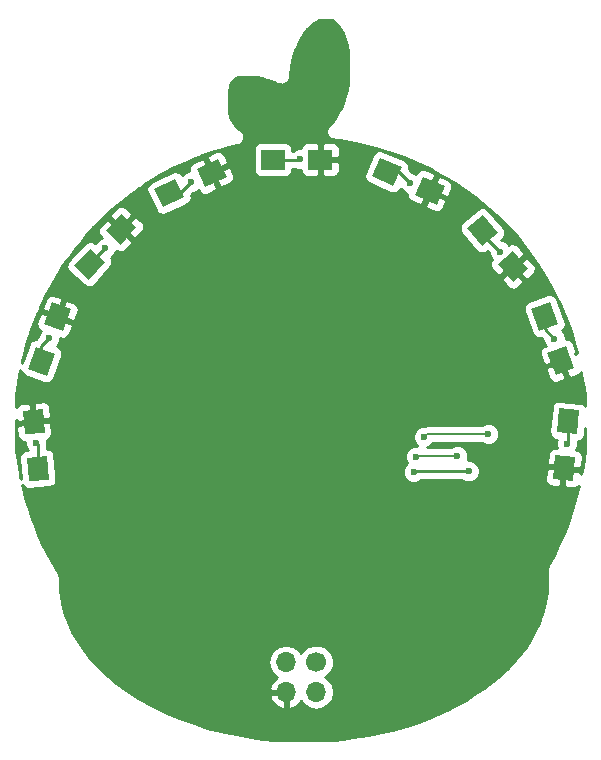
<source format=gtl>
G04 #@! TF.FileFunction,Copper,L1,Top,Signal*
%FSLAX46Y46*%
G04 Gerber Fmt 4.6, Leading zero omitted, Abs format (unit mm)*
G04 Created by KiCad (PCBNEW 4.0.7) date 05/31/18 00:16:50*
%MOMM*%
%LPD*%
G01*
G04 APERTURE LIST*
%ADD10C,0.100000*%
%ADD11C,1.700000*%
%ADD12O,1.700000X1.700000*%
%ADD13R,2.000000X1.700000*%
%ADD14C,0.600000*%
%ADD15C,0.200000*%
%ADD16C,0.250000*%
%ADD17C,0.254000*%
G04 APERTURE END LIST*
D10*
D11*
X100406200Y-120421400D03*
D12*
X100406200Y-122961400D03*
X97866200Y-120421400D03*
X97866200Y-122961400D03*
D10*
G36*
X75548968Y-99142699D02*
X77242499Y-98994534D01*
X77416810Y-100986923D01*
X75723279Y-101135088D01*
X75548968Y-99142699D01*
X75548968Y-99142699D01*
G37*
G36*
X75897590Y-103127477D02*
X77591121Y-102979312D01*
X77765432Y-104971701D01*
X76071901Y-105119866D01*
X75897590Y-103127477D01*
X75897590Y-103127477D01*
G37*
G36*
X78052921Y-89955805D02*
X79650399Y-90537240D01*
X78966359Y-92416625D01*
X77368881Y-91835190D01*
X78052921Y-89955805D01*
X78052921Y-89955805D01*
G37*
G36*
X76684841Y-93714575D02*
X78282319Y-94296010D01*
X77598279Y-96175395D01*
X76000801Y-95593960D01*
X76684841Y-93714575D01*
X76684841Y-93714575D01*
G37*
G36*
X83925719Y-82444204D02*
X85189065Y-83581726D01*
X83850803Y-85068016D01*
X82587457Y-83930494D01*
X83925719Y-82444204D01*
X83925719Y-82444204D01*
G37*
G36*
X81249197Y-85416784D02*
X82512543Y-86554306D01*
X81174281Y-88040596D01*
X79910935Y-86903074D01*
X81249197Y-85416784D01*
X81249197Y-85416784D01*
G37*
G36*
X92123298Y-77819383D02*
X92841749Y-79360106D01*
X91029134Y-80205343D01*
X90310683Y-78664620D01*
X92123298Y-77819383D01*
X92123298Y-77819383D01*
G37*
G36*
X88498066Y-79509857D02*
X89216517Y-81050580D01*
X87403902Y-81895817D01*
X86685451Y-80355094D01*
X88498066Y-79509857D01*
X88498066Y-79509857D01*
G37*
D13*
X100755200Y-77876400D03*
X96755200Y-77876400D03*
D10*
G36*
X111290363Y-80148896D02*
X110598910Y-81701923D01*
X108771819Y-80888450D01*
X109463272Y-79335423D01*
X111290363Y-80148896D01*
X111290363Y-80148896D01*
G37*
G36*
X107636181Y-78521950D02*
X106944728Y-80074977D01*
X105117637Y-79261504D01*
X105809090Y-77708477D01*
X107636181Y-78521950D01*
X107636181Y-78521950D01*
G37*
G36*
X118352700Y-87146564D02*
X117050425Y-88239303D01*
X115764850Y-86707214D01*
X117067125Y-85614475D01*
X118352700Y-87146564D01*
X118352700Y-87146564D01*
G37*
G36*
X115781550Y-84082386D02*
X114479275Y-85175125D01*
X113193700Y-83643036D01*
X114495975Y-82550297D01*
X115781550Y-84082386D01*
X115781550Y-84082386D01*
G37*
G36*
X122271599Y-95543160D02*
X120674121Y-96124595D01*
X119990081Y-94245210D01*
X121587559Y-93663775D01*
X122271599Y-95543160D01*
X122271599Y-95543160D01*
G37*
G36*
X120903519Y-91784390D02*
X119306041Y-92365825D01*
X118622001Y-90486440D01*
X120219479Y-89905005D01*
X120903519Y-91784390D01*
X120903519Y-91784390D01*
G37*
G36*
X122149699Y-105069066D02*
X120456168Y-104920901D01*
X120630479Y-102928512D01*
X122324010Y-103076677D01*
X122149699Y-105069066D01*
X122149699Y-105069066D01*
G37*
G36*
X122498321Y-101084288D02*
X120804790Y-100936123D01*
X120979101Y-98943734D01*
X122672632Y-99091899D01*
X122498321Y-101084288D01*
X122498321Y-101084288D01*
G37*
D14*
X114985800Y-101117400D03*
X109537500Y-101346000D03*
X112369600Y-102971600D03*
X108902500Y-103022400D03*
X76720700Y-101866700D03*
X77812900Y-92989400D03*
X82537300Y-85382100D03*
X89852500Y-79743300D03*
X99072700Y-77838300D03*
X108356400Y-79857600D03*
X116001800Y-85661500D03*
X120586500Y-93040200D03*
X121627900Y-101930200D03*
X113322100Y-104267000D03*
X108661200Y-104330500D03*
D15*
X109766100Y-101117400D02*
X114985800Y-101117400D01*
X109537500Y-101346000D02*
X109766100Y-101117400D01*
X108953300Y-102971600D02*
X112369600Y-102971600D01*
X108902500Y-103022400D02*
X108953300Y-102971600D01*
D16*
X76720700Y-101866700D02*
X76831511Y-101977511D01*
X76831511Y-101977511D02*
X76831511Y-104049589D01*
X77141560Y-93660740D02*
X77141560Y-94944985D01*
X77812900Y-92989400D02*
X77141560Y-93660740D01*
X82537300Y-85382100D02*
X81211739Y-86707661D01*
X81211739Y-86707661D02*
X81211739Y-86728690D01*
X89852500Y-79743300D02*
X88892963Y-80702837D01*
X88892963Y-80702837D02*
X87950984Y-80702837D01*
X99072700Y-77838300D02*
X99034600Y-77876400D01*
X99034600Y-77876400D02*
X96755200Y-77876400D01*
X108356400Y-79857600D02*
X107390527Y-78891727D01*
X107390527Y-78891727D02*
X106376909Y-78891727D01*
X116001800Y-85661500D02*
X114487625Y-84147325D01*
X114487625Y-84147325D02*
X114487625Y-83862711D01*
X119762760Y-92216460D02*
X119762760Y-91135415D01*
X120586500Y-93040200D02*
X119762760Y-92216460D01*
X121627900Y-101930200D02*
X121738711Y-101819389D01*
X121738711Y-101819389D02*
X121738711Y-100014011D01*
X108724700Y-104267000D02*
X113322100Y-104267000D01*
X108661200Y-104330500D02*
X108724700Y-104267000D01*
D17*
G36*
X101783874Y-66092975D02*
X102005283Y-66277482D01*
X102274680Y-66508394D01*
X102467701Y-66817227D01*
X102587512Y-67016912D01*
X102754502Y-67434388D01*
X102896218Y-67954013D01*
X102898161Y-67957910D01*
X102898518Y-67962252D01*
X102990508Y-68284217D01*
X103074400Y-68745622D01*
X103074400Y-68986400D01*
X103079402Y-69011545D01*
X103076204Y-69036985D01*
X103125200Y-69722929D01*
X103125200Y-70533928D01*
X103076491Y-71167145D01*
X103079783Y-71194540D01*
X103074400Y-71221600D01*
X103074400Y-71421303D01*
X102988561Y-71979256D01*
X102851045Y-72437643D01*
X102661111Y-73054929D01*
X102475194Y-73473242D01*
X102294113Y-73880675D01*
X101898395Y-74496235D01*
X101430243Y-75011202D01*
X101387309Y-75082590D01*
X101333663Y-75146319D01*
X101316587Y-75200181D01*
X101287465Y-75248603D01*
X101275117Y-75330988D01*
X101249943Y-75410394D01*
X101254779Y-75466688D01*
X101246403Y-75522571D01*
X101266524Y-75603412D01*
X101273653Y-75686405D01*
X101299665Y-75736566D01*
X101313312Y-75791398D01*
X101362833Y-75858380D01*
X101401183Y-75932334D01*
X101444412Y-75968723D01*
X101478002Y-76014157D01*
X101549390Y-76057091D01*
X101613119Y-76110737D01*
X101666981Y-76127813D01*
X101715403Y-76156935D01*
X101797788Y-76169283D01*
X101877194Y-76194457D01*
X102309956Y-76242542D01*
X102844591Y-76339748D01*
X102846467Y-76339717D01*
X102848212Y-76340396D01*
X103707079Y-76491961D01*
X104743893Y-76689449D01*
X105466558Y-76882160D01*
X106265025Y-77131681D01*
X107058879Y-77379760D01*
X107845903Y-77674894D01*
X108573288Y-77965848D01*
X109156479Y-78257444D01*
X109170665Y-78261329D01*
X109182641Y-78269864D01*
X110167438Y-78713023D01*
X110489492Y-78897053D01*
X112187421Y-79895835D01*
X113867317Y-81081644D01*
X115641930Y-82560488D01*
X117370779Y-84388129D01*
X118355428Y-85618940D01*
X119196838Y-86806813D01*
X119888245Y-87893310D01*
X120327499Y-88674205D01*
X120726157Y-89471522D01*
X121021624Y-90062456D01*
X121465338Y-91097788D01*
X121957190Y-92376604D01*
X122253318Y-93413052D01*
X122255491Y-93417282D01*
X122255943Y-93422017D01*
X122401746Y-93908026D01*
X122487563Y-94279903D01*
X122482846Y-94266942D01*
X122333673Y-94321237D01*
X122428551Y-94117768D01*
X122141063Y-93327901D01*
X121970397Y-93141651D01*
X121741446Y-93034889D01*
X121521514Y-93025287D01*
X121521662Y-92855033D01*
X121379617Y-92511257D01*
X121210648Y-92341993D01*
X121330938Y-92270694D01*
X121486463Y-92066090D01*
X121550132Y-91817098D01*
X121511914Y-91562953D01*
X120827874Y-89683568D01*
X120705783Y-89477586D01*
X120501179Y-89322061D01*
X120252187Y-89258392D01*
X119998041Y-89296610D01*
X118400563Y-89878045D01*
X118194582Y-90000136D01*
X118039057Y-90204740D01*
X117975388Y-90453732D01*
X118013606Y-90707877D01*
X118697646Y-92587262D01*
X118819737Y-92793244D01*
X119024341Y-92948769D01*
X119273333Y-93012438D01*
X119456406Y-92984908D01*
X119651378Y-93179880D01*
X119651338Y-93225367D01*
X119793383Y-93569143D01*
X119846033Y-93621885D01*
X119654206Y-93691705D01*
X119467956Y-93862372D01*
X119361195Y-94091323D01*
X119350176Y-94343701D01*
X119637664Y-95133568D01*
X119841136Y-95228448D01*
X120968062Y-94818281D01*
X120961221Y-94799487D01*
X121199904Y-94712614D01*
X121206744Y-94731407D01*
X121225539Y-94724566D01*
X121312411Y-94963249D01*
X121293618Y-94970089D01*
X121755088Y-96237970D01*
X121958560Y-96332850D01*
X122370090Y-96183066D01*
X122607474Y-96096665D01*
X122793724Y-95925998D01*
X122824645Y-95859687D01*
X122846404Y-95982988D01*
X122847083Y-95984733D01*
X122847052Y-95986609D01*
X122946243Y-96532160D01*
X123045936Y-97230009D01*
X123142917Y-97908876D01*
X123182371Y-98697954D01*
X123174302Y-98682624D01*
X122975546Y-98519691D01*
X122729060Y-98446923D01*
X121035529Y-98298758D01*
X120797249Y-98322358D01*
X120569826Y-98442064D01*
X120406893Y-98640820D01*
X120334125Y-98887306D01*
X120159814Y-100879695D01*
X120183414Y-101117975D01*
X120303120Y-101345398D01*
X120501876Y-101508331D01*
X120748362Y-101581099D01*
X120760032Y-101582120D01*
X120693062Y-101743401D01*
X120692738Y-102115367D01*
X120770402Y-102303328D01*
X120559994Y-102284920D01*
X120319067Y-102360884D01*
X120125550Y-102523264D01*
X120008904Y-102747340D01*
X119935645Y-103584700D01*
X120079955Y-103756682D01*
X121274641Y-103861203D01*
X121276384Y-103841279D01*
X121529418Y-103863417D01*
X121527675Y-103883341D01*
X122722361Y-103987863D01*
X122894343Y-103843553D01*
X122967602Y-103006192D01*
X122891638Y-102765266D01*
X122729259Y-102571748D01*
X122505183Y-102455102D01*
X122425249Y-102448108D01*
X122562738Y-102116999D01*
X122563062Y-101745033D01*
X122552039Y-101718355D01*
X122680173Y-101705664D01*
X122907596Y-101585958D01*
X123070529Y-101387202D01*
X123143297Y-101140716D01*
X123191200Y-100593181D01*
X123191200Y-101480664D01*
X123142605Y-102452557D01*
X123045365Y-103230479D01*
X122897341Y-104217305D01*
X122836260Y-104507440D01*
X122844533Y-104412878D01*
X122700223Y-104240896D01*
X121505537Y-104136375D01*
X121387942Y-105480490D01*
X121532252Y-105652472D01*
X121968526Y-105690641D01*
X122220184Y-105712658D01*
X122461111Y-105636694D01*
X122623139Y-105500737D01*
X122499884Y-106055382D01*
X122253495Y-106991663D01*
X122008172Y-107776696D01*
X121708163Y-108626721D01*
X121464549Y-109308840D01*
X121222840Y-109840600D01*
X121221048Y-109848242D01*
X121216607Y-109854717D01*
X120920024Y-110546744D01*
X120527763Y-111331266D01*
X120193111Y-111952762D01*
X120110044Y-112077363D01*
X120083490Y-112141659D01*
X120044846Y-112199495D01*
X120031132Y-112268438D01*
X120004298Y-112333414D01*
X120004371Y-112402977D01*
X119990800Y-112471200D01*
X119990800Y-113965674D01*
X119945154Y-114513431D01*
X119802743Y-115320423D01*
X119612213Y-116082544D01*
X119468435Y-116513878D01*
X119279023Y-117082113D01*
X118808461Y-118070293D01*
X118476200Y-118592418D01*
X118139162Y-119122049D01*
X117264531Y-120239633D01*
X116647674Y-120903942D01*
X115763476Y-121689895D01*
X115083548Y-122272691D01*
X114606477Y-122606641D01*
X113814270Y-123151283D01*
X113071108Y-123597180D01*
X112586488Y-123887952D01*
X112102878Y-124129757D01*
X112090506Y-124139359D01*
X112075594Y-124144148D01*
X111640267Y-124385996D01*
X110908743Y-124727374D01*
X110118523Y-125073095D01*
X108832324Y-125567787D01*
X107751894Y-125911560D01*
X106813110Y-126158609D01*
X105967468Y-126357583D01*
X104773445Y-126606338D01*
X103534391Y-126804587D01*
X102687653Y-126904203D01*
X101799324Y-127002906D01*
X100670170Y-127052000D01*
X97860510Y-127052000D01*
X96976858Y-127002908D01*
X95839014Y-126903965D01*
X94452923Y-126705952D01*
X93158873Y-126457096D01*
X92720720Y-126359729D01*
X91917002Y-126158800D01*
X91917001Y-126158799D01*
X91510602Y-126057200D01*
X91510601Y-126057199D01*
X91125931Y-125961032D01*
X90039352Y-125615302D01*
X89050255Y-125269118D01*
X87966566Y-124825791D01*
X87127149Y-124430771D01*
X86239739Y-123987066D01*
X85309182Y-123448321D01*
X85109135Y-123318290D01*
X96424724Y-123318290D01*
X96594555Y-123728324D01*
X96984842Y-124156583D01*
X97509308Y-124402886D01*
X97739200Y-124282219D01*
X97739200Y-123088400D01*
X96546045Y-123088400D01*
X96424724Y-123318290D01*
X85109135Y-123318290D01*
X84331308Y-122812703D01*
X83499450Y-122176576D01*
X82672215Y-121495323D01*
X82340846Y-121163954D01*
X82340843Y-121163952D01*
X81842140Y-120665248D01*
X81615710Y-120421400D01*
X96352107Y-120421400D01*
X96465146Y-120989685D01*
X96787053Y-121471454D01*
X97127753Y-121699102D01*
X96984842Y-121766217D01*
X96594555Y-122194476D01*
X96424724Y-122604510D01*
X96546045Y-122834400D01*
X97739200Y-122834400D01*
X97739200Y-122814400D01*
X97993200Y-122814400D01*
X97993200Y-122834400D01*
X98013200Y-122834400D01*
X98013200Y-123088400D01*
X97993200Y-123088400D01*
X97993200Y-124282219D01*
X98223092Y-124402886D01*
X98747558Y-124156583D01*
X99137845Y-123728324D01*
X99137855Y-123728299D01*
X99327053Y-124011454D01*
X99808822Y-124333361D01*
X100377107Y-124446400D01*
X100435293Y-124446400D01*
X101003578Y-124333361D01*
X101485347Y-124011454D01*
X101807254Y-123529685D01*
X101920293Y-122961400D01*
X101807254Y-122393115D01*
X101485347Y-121911346D01*
X101181040Y-121708015D01*
X101246286Y-121681056D01*
X101664388Y-121263683D01*
X101890942Y-120718081D01*
X101891457Y-120127311D01*
X101665856Y-119581314D01*
X101248483Y-119163212D01*
X100702881Y-118936658D01*
X100112111Y-118936143D01*
X99566114Y-119161744D01*
X99148012Y-119579117D01*
X99123545Y-119638039D01*
X98945347Y-119371346D01*
X98463578Y-119049439D01*
X97895293Y-118936400D01*
X97837107Y-118936400D01*
X97268822Y-119049439D01*
X96787053Y-119371346D01*
X96465146Y-119853115D01*
X96352107Y-120421400D01*
X81615710Y-120421400D01*
X81213782Y-119988556D01*
X80594335Y-119178510D01*
X80109826Y-118403297D01*
X79776810Y-117832412D01*
X79489234Y-117209332D01*
X79155583Y-116446701D01*
X78972388Y-115805520D01*
X78779855Y-114890989D01*
X78688000Y-114202074D01*
X78688000Y-113334800D01*
X78680004Y-113294602D01*
X78683359Y-113253753D01*
X78653197Y-113159835D01*
X78633954Y-113063095D01*
X78611185Y-113029018D01*
X78598652Y-112989994D01*
X78344652Y-112532794D01*
X78341834Y-112529471D01*
X78340452Y-112525341D01*
X77934053Y-111814141D01*
X77931934Y-111811703D01*
X77930883Y-111808651D01*
X77591076Y-111226125D01*
X77198493Y-110391887D01*
X76856585Y-109659226D01*
X76664053Y-109129762D01*
X76656234Y-109116867D01*
X76653322Y-109102068D01*
X76309588Y-108267289D01*
X76064881Y-107484225D01*
X76064362Y-107483274D01*
X76064244Y-107482197D01*
X75768772Y-106546536D01*
X75572293Y-105662379D01*
X75572293Y-105662378D01*
X75525152Y-105450246D01*
X75648923Y-105610037D01*
X75872952Y-105735981D01*
X76128329Y-105764842D01*
X77821860Y-105616677D01*
X78052422Y-105552059D01*
X78255603Y-105394679D01*
X78381547Y-105170651D01*
X78410408Y-104915273D01*
X78375448Y-104515667D01*
X107726038Y-104515667D01*
X107868083Y-104859443D01*
X108130873Y-105122692D01*
X108474401Y-105265338D01*
X108846367Y-105265662D01*
X109190143Y-105123617D01*
X109286929Y-105027000D01*
X112759637Y-105027000D01*
X112791773Y-105059192D01*
X113135301Y-105201838D01*
X113507267Y-105202162D01*
X113851043Y-105060117D01*
X113919894Y-104991386D01*
X119812576Y-104991386D01*
X119888540Y-105232312D01*
X120050919Y-105425830D01*
X120274995Y-105542476D01*
X120526652Y-105564494D01*
X120962927Y-105602663D01*
X121134909Y-105458353D01*
X121252503Y-104114237D01*
X120057817Y-104009715D01*
X119885835Y-104154025D01*
X119812576Y-104991386D01*
X113919894Y-104991386D01*
X114114292Y-104797327D01*
X114256938Y-104453799D01*
X114257262Y-104081833D01*
X114115217Y-103738057D01*
X113852427Y-103474808D01*
X113508899Y-103332162D01*
X113232385Y-103331921D01*
X113304438Y-103158399D01*
X113304762Y-102786433D01*
X113162717Y-102442657D01*
X112899927Y-102179408D01*
X112556399Y-102036762D01*
X112184433Y-102036438D01*
X111840657Y-102178483D01*
X111782438Y-102236600D01*
X109830516Y-102236600D01*
X110066443Y-102139117D01*
X110329692Y-101876327D01*
X110339627Y-101852400D01*
X114398381Y-101852400D01*
X114455473Y-101909592D01*
X114799001Y-102052238D01*
X115170967Y-102052562D01*
X115514743Y-101910517D01*
X115777992Y-101647727D01*
X115920638Y-101304199D01*
X115920962Y-100932233D01*
X115778917Y-100588457D01*
X115516127Y-100325208D01*
X115172599Y-100182562D01*
X114800633Y-100182238D01*
X114456857Y-100324283D01*
X114398638Y-100382400D01*
X109766100Y-100382400D01*
X109621953Y-100411073D01*
X109352333Y-100410838D01*
X109008557Y-100552883D01*
X108745308Y-100815673D01*
X108602662Y-101159201D01*
X108602338Y-101531167D01*
X108744383Y-101874943D01*
X108956516Y-102087446D01*
X108717333Y-102087238D01*
X108373557Y-102229283D01*
X108110308Y-102492073D01*
X107967662Y-102835601D01*
X107967338Y-103207567D01*
X108109383Y-103551343D01*
X108113820Y-103555788D01*
X107869008Y-103800173D01*
X107726362Y-104143701D01*
X107726038Y-104515667D01*
X78375448Y-104515667D01*
X78236097Y-102922884D01*
X78171479Y-102692322D01*
X78014099Y-102489141D01*
X77790070Y-102363197D01*
X77591511Y-102340757D01*
X77591511Y-102207692D01*
X77655538Y-102053499D01*
X77655862Y-101681533D01*
X77620781Y-101596630D01*
X77822059Y-101491852D01*
X77984438Y-101298334D01*
X78060402Y-101057408D01*
X77987143Y-100220047D01*
X77815161Y-100075737D01*
X76620475Y-100180259D01*
X76622218Y-100200183D01*
X76369184Y-100222321D01*
X76367441Y-100202397D01*
X75172755Y-100306918D01*
X75028445Y-100478900D01*
X75101704Y-101316260D01*
X75218350Y-101540336D01*
X75411867Y-101702716D01*
X75652794Y-101778680D01*
X75785786Y-101767045D01*
X75785538Y-102051867D01*
X75927583Y-102395643D01*
X76000384Y-102468571D01*
X75841162Y-102482501D01*
X75610600Y-102547119D01*
X75407419Y-102704499D01*
X75281475Y-102928527D01*
X75252614Y-103183905D01*
X75402673Y-104899088D01*
X75373216Y-104766534D01*
X75325540Y-104480477D01*
X75323660Y-104475506D01*
X75323748Y-104470191D01*
X75223623Y-103919505D01*
X75076163Y-102985593D01*
X75028510Y-102461411D01*
X74979600Y-101629932D01*
X74979600Y-99910385D01*
X75150617Y-100053885D01*
X76345303Y-99949363D01*
X76227709Y-98605247D01*
X76201328Y-98583110D01*
X76480742Y-98583110D01*
X76598337Y-99927225D01*
X77793023Y-99822704D01*
X77937333Y-99650722D01*
X77864074Y-98813362D01*
X77747428Y-98589286D01*
X77553911Y-98426906D01*
X77312984Y-98350942D01*
X77061326Y-98372959D01*
X76625052Y-98411128D01*
X76480742Y-98583110D01*
X76201328Y-98583110D01*
X76055727Y-98460937D01*
X75619452Y-98499106D01*
X75367795Y-98521124D01*
X75143719Y-98637770D01*
X74981340Y-98831288D01*
X74979600Y-98836807D01*
X74979600Y-98574161D01*
X75027256Y-97811665D01*
X75175120Y-96776617D01*
X75273184Y-96139202D01*
X75369761Y-95680458D01*
X75410297Y-95859447D01*
X75560110Y-96068270D01*
X75779363Y-96202355D01*
X77376841Y-96783790D01*
X77613111Y-96822665D01*
X77863767Y-96765899D01*
X78072589Y-96616086D01*
X78206674Y-96396832D01*
X78471000Y-95670602D01*
X119833129Y-95670602D01*
X120120617Y-96460469D01*
X120291283Y-96646719D01*
X120520234Y-96753481D01*
X120772612Y-96764500D01*
X121009996Y-96678099D01*
X121421526Y-96528315D01*
X121516406Y-96324843D01*
X121054936Y-95056963D01*
X119928009Y-95467130D01*
X119833129Y-95670602D01*
X78471000Y-95670602D01*
X78890714Y-94517447D01*
X78929589Y-94281178D01*
X78872823Y-94030523D01*
X78723010Y-93821700D01*
X78503757Y-93687615D01*
X78454771Y-93669786D01*
X78605092Y-93519727D01*
X78747738Y-93176199D01*
X78747880Y-93012858D01*
X78867868Y-93056530D01*
X79120246Y-93045511D01*
X79349197Y-92938749D01*
X79519863Y-92752499D01*
X79807351Y-91962632D01*
X79712471Y-91759160D01*
X78585544Y-91348993D01*
X78578704Y-91367786D01*
X78340021Y-91280913D01*
X78346862Y-91262119D01*
X77929773Y-91110311D01*
X78672418Y-91110311D01*
X79799344Y-91520478D01*
X80002816Y-91425598D01*
X80290304Y-90635731D01*
X80279285Y-90383353D01*
X80172524Y-90154402D01*
X79986274Y-89983735D01*
X79748890Y-89897334D01*
X79337360Y-89747550D01*
X79133888Y-89842430D01*
X78672418Y-91110311D01*
X77929773Y-91110311D01*
X77219936Y-90851952D01*
X77016464Y-90946832D01*
X76728976Y-91736699D01*
X76739995Y-91989077D01*
X76846756Y-92218028D01*
X77033006Y-92388695D01*
X77075658Y-92404219D01*
X77020708Y-92459073D01*
X76878062Y-92802601D01*
X76878021Y-92849477D01*
X76657319Y-93070179D01*
X76419353Y-93124071D01*
X76210531Y-93273884D01*
X76076446Y-93493138D01*
X75484373Y-95119845D01*
X75525013Y-94835366D01*
X75665782Y-94319213D01*
X75666668Y-94306561D01*
X75671926Y-94295018D01*
X75867749Y-93462769D01*
X76162365Y-92578922D01*
X76164324Y-92563383D01*
X76171482Y-92549452D01*
X76261707Y-92233664D01*
X76499785Y-91662277D01*
X76503461Y-91643997D01*
X76513037Y-91627999D01*
X76752618Y-90957171D01*
X76987443Y-90487522D01*
X77026305Y-90409798D01*
X77211929Y-90409798D01*
X77306809Y-90613270D01*
X78433736Y-91023437D01*
X78895206Y-89755557D01*
X78800326Y-89552085D01*
X78388796Y-89402301D01*
X78151412Y-89315900D01*
X77899034Y-89326919D01*
X77670083Y-89433681D01*
X77499417Y-89619931D01*
X77211929Y-90409798D01*
X77026305Y-90409798D01*
X77038243Y-90385922D01*
X77043829Y-90365524D01*
X77055793Y-90348083D01*
X77208193Y-89992483D01*
X77208949Y-89988910D01*
X77210985Y-89985877D01*
X77446761Y-89420014D01*
X77778483Y-88851349D01*
X77780951Y-88844184D01*
X77785852Y-88838406D01*
X78037757Y-88384977D01*
X78438296Y-87684032D01*
X78727324Y-87202318D01*
X78917221Y-86928023D01*
X79263976Y-86928023D01*
X79324654Y-87177761D01*
X79477713Y-87384216D01*
X80741059Y-88521738D01*
X80945561Y-88646290D01*
X81199230Y-88687555D01*
X81448968Y-88626877D01*
X81655423Y-88473818D01*
X81991716Y-88100326D01*
X116104876Y-88100326D01*
X116645176Y-88744231D01*
X116869252Y-88860877D01*
X117120909Y-88882895D01*
X117361836Y-88806932D01*
X117555353Y-88644551D01*
X117890836Y-88363048D01*
X117910403Y-88139396D01*
X117043121Y-87105811D01*
X116124443Y-87876674D01*
X116104876Y-88100326D01*
X81991716Y-88100326D01*
X82993685Y-86987528D01*
X83118237Y-86783026D01*
X83159502Y-86529357D01*
X83098824Y-86279619D01*
X83031934Y-86189393D01*
X83066243Y-86175217D01*
X83329492Y-85912427D01*
X83468317Y-85578101D01*
X83519772Y-85624431D01*
X83757901Y-85708756D01*
X84010173Y-85695535D01*
X84238183Y-85586780D01*
X84800627Y-84962123D01*
X84788877Y-84737924D01*
X83897661Y-83935469D01*
X83884279Y-83950332D01*
X83695520Y-83780373D01*
X83708902Y-83765510D01*
X83688023Y-83746710D01*
X84067620Y-83746710D01*
X84958836Y-84549165D01*
X85183035Y-84537415D01*
X85745479Y-83912758D01*
X85829805Y-83674630D01*
X85824726Y-83577703D01*
X112549565Y-83577703D01*
X112574895Y-83833455D01*
X112697732Y-84059202D01*
X113983307Y-85591291D01*
X114168485Y-85743093D01*
X114413942Y-85819260D01*
X114669694Y-85793930D01*
X114895442Y-85671093D01*
X114917817Y-85652319D01*
X115066678Y-85801180D01*
X115066638Y-85846667D01*
X115208683Y-86190443D01*
X115292621Y-86274527D01*
X115259920Y-86301966D01*
X115143274Y-86526042D01*
X115121258Y-86777699D01*
X115197222Y-87018626D01*
X115737522Y-87662531D01*
X115961175Y-87682098D01*
X116842541Y-86942543D01*
X117237697Y-86942543D01*
X118104978Y-87976128D01*
X118328630Y-87995695D01*
X118664112Y-87714192D01*
X118857630Y-87551812D01*
X118974276Y-87327736D01*
X118996292Y-87076079D01*
X118920328Y-86835152D01*
X118380028Y-86191247D01*
X118156375Y-86171680D01*
X117237697Y-86942543D01*
X116842541Y-86942543D01*
X116879853Y-86911235D01*
X116866998Y-86895915D01*
X117061573Y-86732646D01*
X117074429Y-86747967D01*
X117993107Y-85977104D01*
X118012674Y-85753452D01*
X117472374Y-85109547D01*
X117248298Y-84992901D01*
X116996641Y-84970883D01*
X116755714Y-85046846D01*
X116730487Y-85068014D01*
X116532127Y-84869308D01*
X116188599Y-84726662D01*
X116141723Y-84726621D01*
X116086651Y-84671549D01*
X116197717Y-84578354D01*
X116349518Y-84393176D01*
X116425685Y-84147719D01*
X116400355Y-83891967D01*
X116277518Y-83666220D01*
X114991943Y-82134131D01*
X114806765Y-81982329D01*
X114561308Y-81906162D01*
X114305556Y-81931492D01*
X114079808Y-82054329D01*
X112777533Y-83147068D01*
X112625732Y-83332246D01*
X112549565Y-83577703D01*
X85824726Y-83577703D01*
X85816584Y-83422357D01*
X85707829Y-83194347D01*
X85520097Y-83025312D01*
X85194643Y-82732272D01*
X84970444Y-82744022D01*
X84067620Y-83746710D01*
X83688023Y-83746710D01*
X82817686Y-82963055D01*
X82593487Y-82974805D01*
X82031043Y-83599462D01*
X81946717Y-83837590D01*
X81959938Y-84089863D01*
X82068693Y-84317873D01*
X82256102Y-84486617D01*
X82008357Y-84588983D01*
X81745108Y-84851773D01*
X81702700Y-84953903D01*
X81682419Y-84935642D01*
X81477917Y-84811090D01*
X81224248Y-84769825D01*
X80974510Y-84830503D01*
X80768055Y-84983562D01*
X79429793Y-86469852D01*
X79305241Y-86674354D01*
X79263976Y-86928023D01*
X78917221Y-86928023D01*
X79171357Y-86560939D01*
X79171359Y-86560935D01*
X79614573Y-85920738D01*
X80005617Y-85431934D01*
X80007078Y-85429116D01*
X80009486Y-85427053D01*
X80554978Y-84732791D01*
X80947061Y-84291698D01*
X80950353Y-84286083D01*
X80955472Y-84282062D01*
X81547324Y-83591568D01*
X82080713Y-83058178D01*
X82614198Y-82550097D01*
X82975895Y-82550097D01*
X82987645Y-82774296D01*
X83878861Y-83576751D01*
X84781686Y-82574063D01*
X84769936Y-82349864D01*
X84444482Y-82056824D01*
X84256750Y-81887789D01*
X84018621Y-81803464D01*
X83766349Y-81816685D01*
X83538339Y-81925440D01*
X82975895Y-82550097D01*
X82614198Y-82550097D01*
X83119065Y-82069272D01*
X83857133Y-81478817D01*
X83860435Y-81474894D01*
X83864952Y-81472470D01*
X84700867Y-80784069D01*
X85308671Y-80378866D01*
X86038448Y-80378866D01*
X86098671Y-80628714D01*
X86817122Y-82169437D01*
X86956701Y-82363994D01*
X87174081Y-82501095D01*
X87427675Y-82542820D01*
X87677522Y-82482597D01*
X89180131Y-81781918D01*
X109607677Y-81781918D01*
X109688133Y-81991513D01*
X110456022Y-82333399D01*
X110708553Y-82340012D01*
X110944394Y-82249482D01*
X111127637Y-82075591D01*
X111230386Y-81844812D01*
X111408513Y-81444733D01*
X111328057Y-81235138D01*
X110095456Y-80686349D01*
X109607677Y-81781918D01*
X89180131Y-81781918D01*
X89490137Y-81637360D01*
X89684694Y-81497781D01*
X89821794Y-81280401D01*
X89863520Y-81026808D01*
X89820844Y-80849758D01*
X89992180Y-80678422D01*
X90037667Y-80678462D01*
X90381443Y-80536417D01*
X90450654Y-80467327D01*
X90507009Y-80588181D01*
X90693259Y-80758848D01*
X90930643Y-80845248D01*
X91183022Y-80834229D01*
X91944827Y-80478993D01*
X92021612Y-80268026D01*
X91514787Y-79181137D01*
X91496661Y-79189589D01*
X91442665Y-79073792D01*
X91744990Y-79073792D01*
X92251815Y-80160681D01*
X92462782Y-80237467D01*
X93224587Y-79882231D01*
X93395253Y-79695981D01*
X93481655Y-79458598D01*
X93470636Y-79206219D01*
X93363874Y-78977269D01*
X93178792Y-78580360D01*
X92967825Y-78503574D01*
X91744990Y-79073792D01*
X91442665Y-79073792D01*
X91389316Y-78959386D01*
X91407442Y-78950934D01*
X90900617Y-77864045D01*
X90689650Y-77787259D01*
X89927845Y-78142495D01*
X89757179Y-78328745D01*
X89670777Y-78566128D01*
X89681344Y-78808150D01*
X89667333Y-78808138D01*
X89323557Y-78950183D01*
X89064881Y-79208408D01*
X88945267Y-79041680D01*
X88727887Y-78904579D01*
X88474293Y-78862854D01*
X88224446Y-78923077D01*
X86411831Y-79768314D01*
X86217274Y-79907893D01*
X86080174Y-80125273D01*
X86038448Y-80378866D01*
X85308671Y-80378866D01*
X85433037Y-80295956D01*
X85447182Y-80281840D01*
X85465200Y-80273200D01*
X86041984Y-79840612D01*
X86616148Y-79505683D01*
X86619490Y-79502726D01*
X86623692Y-79501220D01*
X87125198Y-79200317D01*
X87465235Y-79006009D01*
X88202430Y-78612838D01*
X89041093Y-78218173D01*
X89830285Y-77872902D01*
X90132410Y-77756700D01*
X91130820Y-77756700D01*
X91637645Y-78843589D01*
X92860480Y-78273372D01*
X92937266Y-78062405D01*
X92752184Y-77665495D01*
X92645423Y-77436545D01*
X92459173Y-77265878D01*
X92221789Y-77179478D01*
X91969410Y-77190497D01*
X91207605Y-77545733D01*
X91130820Y-77756700D01*
X90132410Y-77756700D01*
X90475675Y-77624675D01*
X90479749Y-77622100D01*
X90484487Y-77621218D01*
X90728041Y-77523797D01*
X91260920Y-77330023D01*
X92056735Y-77081331D01*
X92235260Y-77026400D01*
X95107760Y-77026400D01*
X95107760Y-78726400D01*
X95152038Y-78961717D01*
X95291110Y-79177841D01*
X95503310Y-79322831D01*
X95755200Y-79373840D01*
X97755200Y-79373840D01*
X97990517Y-79329562D01*
X98206641Y-79190490D01*
X98351631Y-78978290D01*
X98402640Y-78726400D01*
X98402640Y-78636400D01*
X98556601Y-78636400D01*
X98885901Y-78773138D01*
X99120200Y-78773342D01*
X99120200Y-78852710D01*
X99216873Y-79086099D01*
X99395502Y-79264727D01*
X99628891Y-79361400D01*
X100469450Y-79361400D01*
X100628200Y-79202650D01*
X100628200Y-78003400D01*
X100882200Y-78003400D01*
X100882200Y-79202650D01*
X101040950Y-79361400D01*
X101881509Y-79361400D01*
X102114898Y-79264727D01*
X102148476Y-79231149D01*
X104470909Y-79231149D01*
X104510052Y-79485154D01*
X104644933Y-79703918D01*
X104854300Y-79852970D01*
X106681391Y-80666443D01*
X106914372Y-80721705D01*
X107168377Y-80682562D01*
X107387141Y-80547681D01*
X107536194Y-80338315D01*
X107539908Y-80329972D01*
X107563283Y-80386543D01*
X107826073Y-80649792D01*
X108139443Y-80779915D01*
X108133730Y-80998094D01*
X108224262Y-81233934D01*
X108398153Y-81417177D01*
X109166041Y-81759063D01*
X109375636Y-81678607D01*
X109863415Y-80583038D01*
X109845144Y-80574903D01*
X109898836Y-80454308D01*
X110198767Y-80454308D01*
X111431368Y-81003098D01*
X111640963Y-80922642D01*
X111819089Y-80522563D01*
X111921839Y-80291784D01*
X111928452Y-80039252D01*
X111837920Y-79803412D01*
X111664029Y-79620169D01*
X110896141Y-79278283D01*
X110686546Y-79358739D01*
X110198767Y-80454308D01*
X109898836Y-80454308D01*
X109948455Y-80342862D01*
X109966726Y-80350997D01*
X110454505Y-79255428D01*
X110374049Y-79045833D01*
X109606160Y-78703947D01*
X109353629Y-78697334D01*
X109117788Y-78787864D01*
X108934545Y-78961755D01*
X108887881Y-79066564D01*
X108886727Y-79065408D01*
X108543199Y-78922762D01*
X108496323Y-78922721D01*
X108252809Y-78679207D01*
X108282909Y-78552305D01*
X108243766Y-78298300D01*
X108108885Y-78079536D01*
X107899518Y-77930484D01*
X106072427Y-77117011D01*
X105839446Y-77061749D01*
X105585441Y-77100892D01*
X105366677Y-77235773D01*
X105217624Y-77445139D01*
X104526171Y-78998166D01*
X104470909Y-79231149D01*
X102148476Y-79231149D01*
X102293527Y-79086099D01*
X102390200Y-78852710D01*
X102390200Y-78162150D01*
X102231450Y-78003400D01*
X100882200Y-78003400D01*
X100628200Y-78003400D01*
X100608200Y-78003400D01*
X100608200Y-77749400D01*
X100628200Y-77749400D01*
X100628200Y-76550150D01*
X100882200Y-76550150D01*
X100882200Y-77749400D01*
X102231450Y-77749400D01*
X102390200Y-77590650D01*
X102390200Y-76900090D01*
X102293527Y-76666701D01*
X102114898Y-76488073D01*
X101881509Y-76391400D01*
X101040950Y-76391400D01*
X100882200Y-76550150D01*
X100628200Y-76550150D01*
X100469450Y-76391400D01*
X99628891Y-76391400D01*
X99395502Y-76488073D01*
X99216873Y-76666701D01*
X99120200Y-76900090D01*
X99120200Y-76903341D01*
X98887533Y-76903138D01*
X98543757Y-77045183D01*
X98472416Y-77116400D01*
X98402640Y-77116400D01*
X98402640Y-77026400D01*
X98358362Y-76791083D01*
X98219290Y-76574959D01*
X98007090Y-76429969D01*
X97755200Y-76378960D01*
X95755200Y-76378960D01*
X95519883Y-76423238D01*
X95303759Y-76562310D01*
X95158769Y-76774510D01*
X95107760Y-77026400D01*
X92235260Y-77026400D01*
X92697440Y-76884191D01*
X93272212Y-76740498D01*
X93763637Y-76642213D01*
X93763643Y-76642213D01*
X94019472Y-76535930D01*
X94215156Y-76339837D01*
X94320902Y-76083786D01*
X94320613Y-75806757D01*
X94214330Y-75550928D01*
X94018237Y-75355244D01*
X93882232Y-75264574D01*
X93735168Y-75154276D01*
X93426250Y-74845358D01*
X93332845Y-74689683D01*
X93205850Y-74435692D01*
X93133115Y-74253854D01*
X93098099Y-74113792D01*
X93064400Y-73945298D01*
X93064400Y-71952302D01*
X93101412Y-71767243D01*
X93101433Y-71747260D01*
X93108064Y-71728409D01*
X93146828Y-71457063D01*
X93177743Y-71379776D01*
X93290649Y-71238643D01*
X93416334Y-71112958D01*
X93601128Y-70989762D01*
X93786487Y-70915619D01*
X93786516Y-70915600D01*
X95467396Y-70915600D01*
X95585800Y-70945201D01*
X95614447Y-70946595D01*
X95641277Y-70956740D01*
X95840770Y-70989989D01*
X95846878Y-70993043D01*
X95895806Y-71006442D01*
X95939878Y-71031565D01*
X96244678Y-71133165D01*
X96260217Y-71135124D01*
X96274148Y-71142282D01*
X96614916Y-71239644D01*
X96704808Y-71269608D01*
X96862879Y-71348644D01*
X96911808Y-71362043D01*
X96955878Y-71387165D01*
X97108277Y-71437964D01*
X97108278Y-71437965D01*
X97260679Y-71488765D01*
X97373582Y-71502998D01*
X97485200Y-71525200D01*
X97510223Y-71520223D01*
X97535531Y-71523413D01*
X97645293Y-71493355D01*
X97756905Y-71471154D01*
X97778114Y-71456983D01*
X97802722Y-71450244D01*
X97892628Y-71380467D01*
X97987246Y-71317246D01*
X98001420Y-71296033D01*
X98021572Y-71280393D01*
X98077930Y-71181527D01*
X98141154Y-71086905D01*
X98146131Y-71061886D01*
X98158765Y-71039722D01*
X98172999Y-70926811D01*
X98195200Y-70815200D01*
X98195200Y-70510057D01*
X98238864Y-70204409D01*
X98282805Y-69896821D01*
X98371082Y-69587852D01*
X98372066Y-69575870D01*
X98377201Y-69565000D01*
X98475930Y-69170084D01*
X98570044Y-68840685D01*
X98650809Y-68598391D01*
X98729844Y-68440321D01*
X98735430Y-68419923D01*
X98747393Y-68402483D01*
X98891576Y-68066056D01*
X99129342Y-67590524D01*
X99352299Y-67189201D01*
X99597724Y-66861968D01*
X100020331Y-66439360D01*
X100257955Y-66280944D01*
X100626895Y-66050357D01*
X100650008Y-66038800D01*
X101657467Y-66038800D01*
X101783874Y-66092975D01*
X101783874Y-66092975D01*
G37*
X101783874Y-66092975D02*
X102005283Y-66277482D01*
X102274680Y-66508394D01*
X102467701Y-66817227D01*
X102587512Y-67016912D01*
X102754502Y-67434388D01*
X102896218Y-67954013D01*
X102898161Y-67957910D01*
X102898518Y-67962252D01*
X102990508Y-68284217D01*
X103074400Y-68745622D01*
X103074400Y-68986400D01*
X103079402Y-69011545D01*
X103076204Y-69036985D01*
X103125200Y-69722929D01*
X103125200Y-70533928D01*
X103076491Y-71167145D01*
X103079783Y-71194540D01*
X103074400Y-71221600D01*
X103074400Y-71421303D01*
X102988561Y-71979256D01*
X102851045Y-72437643D01*
X102661111Y-73054929D01*
X102475194Y-73473242D01*
X102294113Y-73880675D01*
X101898395Y-74496235D01*
X101430243Y-75011202D01*
X101387309Y-75082590D01*
X101333663Y-75146319D01*
X101316587Y-75200181D01*
X101287465Y-75248603D01*
X101275117Y-75330988D01*
X101249943Y-75410394D01*
X101254779Y-75466688D01*
X101246403Y-75522571D01*
X101266524Y-75603412D01*
X101273653Y-75686405D01*
X101299665Y-75736566D01*
X101313312Y-75791398D01*
X101362833Y-75858380D01*
X101401183Y-75932334D01*
X101444412Y-75968723D01*
X101478002Y-76014157D01*
X101549390Y-76057091D01*
X101613119Y-76110737D01*
X101666981Y-76127813D01*
X101715403Y-76156935D01*
X101797788Y-76169283D01*
X101877194Y-76194457D01*
X102309956Y-76242542D01*
X102844591Y-76339748D01*
X102846467Y-76339717D01*
X102848212Y-76340396D01*
X103707079Y-76491961D01*
X104743893Y-76689449D01*
X105466558Y-76882160D01*
X106265025Y-77131681D01*
X107058879Y-77379760D01*
X107845903Y-77674894D01*
X108573288Y-77965848D01*
X109156479Y-78257444D01*
X109170665Y-78261329D01*
X109182641Y-78269864D01*
X110167438Y-78713023D01*
X110489492Y-78897053D01*
X112187421Y-79895835D01*
X113867317Y-81081644D01*
X115641930Y-82560488D01*
X117370779Y-84388129D01*
X118355428Y-85618940D01*
X119196838Y-86806813D01*
X119888245Y-87893310D01*
X120327499Y-88674205D01*
X120726157Y-89471522D01*
X121021624Y-90062456D01*
X121465338Y-91097788D01*
X121957190Y-92376604D01*
X122253318Y-93413052D01*
X122255491Y-93417282D01*
X122255943Y-93422017D01*
X122401746Y-93908026D01*
X122487563Y-94279903D01*
X122482846Y-94266942D01*
X122333673Y-94321237D01*
X122428551Y-94117768D01*
X122141063Y-93327901D01*
X121970397Y-93141651D01*
X121741446Y-93034889D01*
X121521514Y-93025287D01*
X121521662Y-92855033D01*
X121379617Y-92511257D01*
X121210648Y-92341993D01*
X121330938Y-92270694D01*
X121486463Y-92066090D01*
X121550132Y-91817098D01*
X121511914Y-91562953D01*
X120827874Y-89683568D01*
X120705783Y-89477586D01*
X120501179Y-89322061D01*
X120252187Y-89258392D01*
X119998041Y-89296610D01*
X118400563Y-89878045D01*
X118194582Y-90000136D01*
X118039057Y-90204740D01*
X117975388Y-90453732D01*
X118013606Y-90707877D01*
X118697646Y-92587262D01*
X118819737Y-92793244D01*
X119024341Y-92948769D01*
X119273333Y-93012438D01*
X119456406Y-92984908D01*
X119651378Y-93179880D01*
X119651338Y-93225367D01*
X119793383Y-93569143D01*
X119846033Y-93621885D01*
X119654206Y-93691705D01*
X119467956Y-93862372D01*
X119361195Y-94091323D01*
X119350176Y-94343701D01*
X119637664Y-95133568D01*
X119841136Y-95228448D01*
X120968062Y-94818281D01*
X120961221Y-94799487D01*
X121199904Y-94712614D01*
X121206744Y-94731407D01*
X121225539Y-94724566D01*
X121312411Y-94963249D01*
X121293618Y-94970089D01*
X121755088Y-96237970D01*
X121958560Y-96332850D01*
X122370090Y-96183066D01*
X122607474Y-96096665D01*
X122793724Y-95925998D01*
X122824645Y-95859687D01*
X122846404Y-95982988D01*
X122847083Y-95984733D01*
X122847052Y-95986609D01*
X122946243Y-96532160D01*
X123045936Y-97230009D01*
X123142917Y-97908876D01*
X123182371Y-98697954D01*
X123174302Y-98682624D01*
X122975546Y-98519691D01*
X122729060Y-98446923D01*
X121035529Y-98298758D01*
X120797249Y-98322358D01*
X120569826Y-98442064D01*
X120406893Y-98640820D01*
X120334125Y-98887306D01*
X120159814Y-100879695D01*
X120183414Y-101117975D01*
X120303120Y-101345398D01*
X120501876Y-101508331D01*
X120748362Y-101581099D01*
X120760032Y-101582120D01*
X120693062Y-101743401D01*
X120692738Y-102115367D01*
X120770402Y-102303328D01*
X120559994Y-102284920D01*
X120319067Y-102360884D01*
X120125550Y-102523264D01*
X120008904Y-102747340D01*
X119935645Y-103584700D01*
X120079955Y-103756682D01*
X121274641Y-103861203D01*
X121276384Y-103841279D01*
X121529418Y-103863417D01*
X121527675Y-103883341D01*
X122722361Y-103987863D01*
X122894343Y-103843553D01*
X122967602Y-103006192D01*
X122891638Y-102765266D01*
X122729259Y-102571748D01*
X122505183Y-102455102D01*
X122425249Y-102448108D01*
X122562738Y-102116999D01*
X122563062Y-101745033D01*
X122552039Y-101718355D01*
X122680173Y-101705664D01*
X122907596Y-101585958D01*
X123070529Y-101387202D01*
X123143297Y-101140716D01*
X123191200Y-100593181D01*
X123191200Y-101480664D01*
X123142605Y-102452557D01*
X123045365Y-103230479D01*
X122897341Y-104217305D01*
X122836260Y-104507440D01*
X122844533Y-104412878D01*
X122700223Y-104240896D01*
X121505537Y-104136375D01*
X121387942Y-105480490D01*
X121532252Y-105652472D01*
X121968526Y-105690641D01*
X122220184Y-105712658D01*
X122461111Y-105636694D01*
X122623139Y-105500737D01*
X122499884Y-106055382D01*
X122253495Y-106991663D01*
X122008172Y-107776696D01*
X121708163Y-108626721D01*
X121464549Y-109308840D01*
X121222840Y-109840600D01*
X121221048Y-109848242D01*
X121216607Y-109854717D01*
X120920024Y-110546744D01*
X120527763Y-111331266D01*
X120193111Y-111952762D01*
X120110044Y-112077363D01*
X120083490Y-112141659D01*
X120044846Y-112199495D01*
X120031132Y-112268438D01*
X120004298Y-112333414D01*
X120004371Y-112402977D01*
X119990800Y-112471200D01*
X119990800Y-113965674D01*
X119945154Y-114513431D01*
X119802743Y-115320423D01*
X119612213Y-116082544D01*
X119468435Y-116513878D01*
X119279023Y-117082113D01*
X118808461Y-118070293D01*
X118476200Y-118592418D01*
X118139162Y-119122049D01*
X117264531Y-120239633D01*
X116647674Y-120903942D01*
X115763476Y-121689895D01*
X115083548Y-122272691D01*
X114606477Y-122606641D01*
X113814270Y-123151283D01*
X113071108Y-123597180D01*
X112586488Y-123887952D01*
X112102878Y-124129757D01*
X112090506Y-124139359D01*
X112075594Y-124144148D01*
X111640267Y-124385996D01*
X110908743Y-124727374D01*
X110118523Y-125073095D01*
X108832324Y-125567787D01*
X107751894Y-125911560D01*
X106813110Y-126158609D01*
X105967468Y-126357583D01*
X104773445Y-126606338D01*
X103534391Y-126804587D01*
X102687653Y-126904203D01*
X101799324Y-127002906D01*
X100670170Y-127052000D01*
X97860510Y-127052000D01*
X96976858Y-127002908D01*
X95839014Y-126903965D01*
X94452923Y-126705952D01*
X93158873Y-126457096D01*
X92720720Y-126359729D01*
X91917002Y-126158800D01*
X91917001Y-126158799D01*
X91510602Y-126057200D01*
X91510601Y-126057199D01*
X91125931Y-125961032D01*
X90039352Y-125615302D01*
X89050255Y-125269118D01*
X87966566Y-124825791D01*
X87127149Y-124430771D01*
X86239739Y-123987066D01*
X85309182Y-123448321D01*
X85109135Y-123318290D01*
X96424724Y-123318290D01*
X96594555Y-123728324D01*
X96984842Y-124156583D01*
X97509308Y-124402886D01*
X97739200Y-124282219D01*
X97739200Y-123088400D01*
X96546045Y-123088400D01*
X96424724Y-123318290D01*
X85109135Y-123318290D01*
X84331308Y-122812703D01*
X83499450Y-122176576D01*
X82672215Y-121495323D01*
X82340846Y-121163954D01*
X82340843Y-121163952D01*
X81842140Y-120665248D01*
X81615710Y-120421400D01*
X96352107Y-120421400D01*
X96465146Y-120989685D01*
X96787053Y-121471454D01*
X97127753Y-121699102D01*
X96984842Y-121766217D01*
X96594555Y-122194476D01*
X96424724Y-122604510D01*
X96546045Y-122834400D01*
X97739200Y-122834400D01*
X97739200Y-122814400D01*
X97993200Y-122814400D01*
X97993200Y-122834400D01*
X98013200Y-122834400D01*
X98013200Y-123088400D01*
X97993200Y-123088400D01*
X97993200Y-124282219D01*
X98223092Y-124402886D01*
X98747558Y-124156583D01*
X99137845Y-123728324D01*
X99137855Y-123728299D01*
X99327053Y-124011454D01*
X99808822Y-124333361D01*
X100377107Y-124446400D01*
X100435293Y-124446400D01*
X101003578Y-124333361D01*
X101485347Y-124011454D01*
X101807254Y-123529685D01*
X101920293Y-122961400D01*
X101807254Y-122393115D01*
X101485347Y-121911346D01*
X101181040Y-121708015D01*
X101246286Y-121681056D01*
X101664388Y-121263683D01*
X101890942Y-120718081D01*
X101891457Y-120127311D01*
X101665856Y-119581314D01*
X101248483Y-119163212D01*
X100702881Y-118936658D01*
X100112111Y-118936143D01*
X99566114Y-119161744D01*
X99148012Y-119579117D01*
X99123545Y-119638039D01*
X98945347Y-119371346D01*
X98463578Y-119049439D01*
X97895293Y-118936400D01*
X97837107Y-118936400D01*
X97268822Y-119049439D01*
X96787053Y-119371346D01*
X96465146Y-119853115D01*
X96352107Y-120421400D01*
X81615710Y-120421400D01*
X81213782Y-119988556D01*
X80594335Y-119178510D01*
X80109826Y-118403297D01*
X79776810Y-117832412D01*
X79489234Y-117209332D01*
X79155583Y-116446701D01*
X78972388Y-115805520D01*
X78779855Y-114890989D01*
X78688000Y-114202074D01*
X78688000Y-113334800D01*
X78680004Y-113294602D01*
X78683359Y-113253753D01*
X78653197Y-113159835D01*
X78633954Y-113063095D01*
X78611185Y-113029018D01*
X78598652Y-112989994D01*
X78344652Y-112532794D01*
X78341834Y-112529471D01*
X78340452Y-112525341D01*
X77934053Y-111814141D01*
X77931934Y-111811703D01*
X77930883Y-111808651D01*
X77591076Y-111226125D01*
X77198493Y-110391887D01*
X76856585Y-109659226D01*
X76664053Y-109129762D01*
X76656234Y-109116867D01*
X76653322Y-109102068D01*
X76309588Y-108267289D01*
X76064881Y-107484225D01*
X76064362Y-107483274D01*
X76064244Y-107482197D01*
X75768772Y-106546536D01*
X75572293Y-105662379D01*
X75572293Y-105662378D01*
X75525152Y-105450246D01*
X75648923Y-105610037D01*
X75872952Y-105735981D01*
X76128329Y-105764842D01*
X77821860Y-105616677D01*
X78052422Y-105552059D01*
X78255603Y-105394679D01*
X78381547Y-105170651D01*
X78410408Y-104915273D01*
X78375448Y-104515667D01*
X107726038Y-104515667D01*
X107868083Y-104859443D01*
X108130873Y-105122692D01*
X108474401Y-105265338D01*
X108846367Y-105265662D01*
X109190143Y-105123617D01*
X109286929Y-105027000D01*
X112759637Y-105027000D01*
X112791773Y-105059192D01*
X113135301Y-105201838D01*
X113507267Y-105202162D01*
X113851043Y-105060117D01*
X113919894Y-104991386D01*
X119812576Y-104991386D01*
X119888540Y-105232312D01*
X120050919Y-105425830D01*
X120274995Y-105542476D01*
X120526652Y-105564494D01*
X120962927Y-105602663D01*
X121134909Y-105458353D01*
X121252503Y-104114237D01*
X120057817Y-104009715D01*
X119885835Y-104154025D01*
X119812576Y-104991386D01*
X113919894Y-104991386D01*
X114114292Y-104797327D01*
X114256938Y-104453799D01*
X114257262Y-104081833D01*
X114115217Y-103738057D01*
X113852427Y-103474808D01*
X113508899Y-103332162D01*
X113232385Y-103331921D01*
X113304438Y-103158399D01*
X113304762Y-102786433D01*
X113162717Y-102442657D01*
X112899927Y-102179408D01*
X112556399Y-102036762D01*
X112184433Y-102036438D01*
X111840657Y-102178483D01*
X111782438Y-102236600D01*
X109830516Y-102236600D01*
X110066443Y-102139117D01*
X110329692Y-101876327D01*
X110339627Y-101852400D01*
X114398381Y-101852400D01*
X114455473Y-101909592D01*
X114799001Y-102052238D01*
X115170967Y-102052562D01*
X115514743Y-101910517D01*
X115777992Y-101647727D01*
X115920638Y-101304199D01*
X115920962Y-100932233D01*
X115778917Y-100588457D01*
X115516127Y-100325208D01*
X115172599Y-100182562D01*
X114800633Y-100182238D01*
X114456857Y-100324283D01*
X114398638Y-100382400D01*
X109766100Y-100382400D01*
X109621953Y-100411073D01*
X109352333Y-100410838D01*
X109008557Y-100552883D01*
X108745308Y-100815673D01*
X108602662Y-101159201D01*
X108602338Y-101531167D01*
X108744383Y-101874943D01*
X108956516Y-102087446D01*
X108717333Y-102087238D01*
X108373557Y-102229283D01*
X108110308Y-102492073D01*
X107967662Y-102835601D01*
X107967338Y-103207567D01*
X108109383Y-103551343D01*
X108113820Y-103555788D01*
X107869008Y-103800173D01*
X107726362Y-104143701D01*
X107726038Y-104515667D01*
X78375448Y-104515667D01*
X78236097Y-102922884D01*
X78171479Y-102692322D01*
X78014099Y-102489141D01*
X77790070Y-102363197D01*
X77591511Y-102340757D01*
X77591511Y-102207692D01*
X77655538Y-102053499D01*
X77655862Y-101681533D01*
X77620781Y-101596630D01*
X77822059Y-101491852D01*
X77984438Y-101298334D01*
X78060402Y-101057408D01*
X77987143Y-100220047D01*
X77815161Y-100075737D01*
X76620475Y-100180259D01*
X76622218Y-100200183D01*
X76369184Y-100222321D01*
X76367441Y-100202397D01*
X75172755Y-100306918D01*
X75028445Y-100478900D01*
X75101704Y-101316260D01*
X75218350Y-101540336D01*
X75411867Y-101702716D01*
X75652794Y-101778680D01*
X75785786Y-101767045D01*
X75785538Y-102051867D01*
X75927583Y-102395643D01*
X76000384Y-102468571D01*
X75841162Y-102482501D01*
X75610600Y-102547119D01*
X75407419Y-102704499D01*
X75281475Y-102928527D01*
X75252614Y-103183905D01*
X75402673Y-104899088D01*
X75373216Y-104766534D01*
X75325540Y-104480477D01*
X75323660Y-104475506D01*
X75323748Y-104470191D01*
X75223623Y-103919505D01*
X75076163Y-102985593D01*
X75028510Y-102461411D01*
X74979600Y-101629932D01*
X74979600Y-99910385D01*
X75150617Y-100053885D01*
X76345303Y-99949363D01*
X76227709Y-98605247D01*
X76201328Y-98583110D01*
X76480742Y-98583110D01*
X76598337Y-99927225D01*
X77793023Y-99822704D01*
X77937333Y-99650722D01*
X77864074Y-98813362D01*
X77747428Y-98589286D01*
X77553911Y-98426906D01*
X77312984Y-98350942D01*
X77061326Y-98372959D01*
X76625052Y-98411128D01*
X76480742Y-98583110D01*
X76201328Y-98583110D01*
X76055727Y-98460937D01*
X75619452Y-98499106D01*
X75367795Y-98521124D01*
X75143719Y-98637770D01*
X74981340Y-98831288D01*
X74979600Y-98836807D01*
X74979600Y-98574161D01*
X75027256Y-97811665D01*
X75175120Y-96776617D01*
X75273184Y-96139202D01*
X75369761Y-95680458D01*
X75410297Y-95859447D01*
X75560110Y-96068270D01*
X75779363Y-96202355D01*
X77376841Y-96783790D01*
X77613111Y-96822665D01*
X77863767Y-96765899D01*
X78072589Y-96616086D01*
X78206674Y-96396832D01*
X78471000Y-95670602D01*
X119833129Y-95670602D01*
X120120617Y-96460469D01*
X120291283Y-96646719D01*
X120520234Y-96753481D01*
X120772612Y-96764500D01*
X121009996Y-96678099D01*
X121421526Y-96528315D01*
X121516406Y-96324843D01*
X121054936Y-95056963D01*
X119928009Y-95467130D01*
X119833129Y-95670602D01*
X78471000Y-95670602D01*
X78890714Y-94517447D01*
X78929589Y-94281178D01*
X78872823Y-94030523D01*
X78723010Y-93821700D01*
X78503757Y-93687615D01*
X78454771Y-93669786D01*
X78605092Y-93519727D01*
X78747738Y-93176199D01*
X78747880Y-93012858D01*
X78867868Y-93056530D01*
X79120246Y-93045511D01*
X79349197Y-92938749D01*
X79519863Y-92752499D01*
X79807351Y-91962632D01*
X79712471Y-91759160D01*
X78585544Y-91348993D01*
X78578704Y-91367786D01*
X78340021Y-91280913D01*
X78346862Y-91262119D01*
X77929773Y-91110311D01*
X78672418Y-91110311D01*
X79799344Y-91520478D01*
X80002816Y-91425598D01*
X80290304Y-90635731D01*
X80279285Y-90383353D01*
X80172524Y-90154402D01*
X79986274Y-89983735D01*
X79748890Y-89897334D01*
X79337360Y-89747550D01*
X79133888Y-89842430D01*
X78672418Y-91110311D01*
X77929773Y-91110311D01*
X77219936Y-90851952D01*
X77016464Y-90946832D01*
X76728976Y-91736699D01*
X76739995Y-91989077D01*
X76846756Y-92218028D01*
X77033006Y-92388695D01*
X77075658Y-92404219D01*
X77020708Y-92459073D01*
X76878062Y-92802601D01*
X76878021Y-92849477D01*
X76657319Y-93070179D01*
X76419353Y-93124071D01*
X76210531Y-93273884D01*
X76076446Y-93493138D01*
X75484373Y-95119845D01*
X75525013Y-94835366D01*
X75665782Y-94319213D01*
X75666668Y-94306561D01*
X75671926Y-94295018D01*
X75867749Y-93462769D01*
X76162365Y-92578922D01*
X76164324Y-92563383D01*
X76171482Y-92549452D01*
X76261707Y-92233664D01*
X76499785Y-91662277D01*
X76503461Y-91643997D01*
X76513037Y-91627999D01*
X76752618Y-90957171D01*
X76987443Y-90487522D01*
X77026305Y-90409798D01*
X77211929Y-90409798D01*
X77306809Y-90613270D01*
X78433736Y-91023437D01*
X78895206Y-89755557D01*
X78800326Y-89552085D01*
X78388796Y-89402301D01*
X78151412Y-89315900D01*
X77899034Y-89326919D01*
X77670083Y-89433681D01*
X77499417Y-89619931D01*
X77211929Y-90409798D01*
X77026305Y-90409798D01*
X77038243Y-90385922D01*
X77043829Y-90365524D01*
X77055793Y-90348083D01*
X77208193Y-89992483D01*
X77208949Y-89988910D01*
X77210985Y-89985877D01*
X77446761Y-89420014D01*
X77778483Y-88851349D01*
X77780951Y-88844184D01*
X77785852Y-88838406D01*
X78037757Y-88384977D01*
X78438296Y-87684032D01*
X78727324Y-87202318D01*
X78917221Y-86928023D01*
X79263976Y-86928023D01*
X79324654Y-87177761D01*
X79477713Y-87384216D01*
X80741059Y-88521738D01*
X80945561Y-88646290D01*
X81199230Y-88687555D01*
X81448968Y-88626877D01*
X81655423Y-88473818D01*
X81991716Y-88100326D01*
X116104876Y-88100326D01*
X116645176Y-88744231D01*
X116869252Y-88860877D01*
X117120909Y-88882895D01*
X117361836Y-88806932D01*
X117555353Y-88644551D01*
X117890836Y-88363048D01*
X117910403Y-88139396D01*
X117043121Y-87105811D01*
X116124443Y-87876674D01*
X116104876Y-88100326D01*
X81991716Y-88100326D01*
X82993685Y-86987528D01*
X83118237Y-86783026D01*
X83159502Y-86529357D01*
X83098824Y-86279619D01*
X83031934Y-86189393D01*
X83066243Y-86175217D01*
X83329492Y-85912427D01*
X83468317Y-85578101D01*
X83519772Y-85624431D01*
X83757901Y-85708756D01*
X84010173Y-85695535D01*
X84238183Y-85586780D01*
X84800627Y-84962123D01*
X84788877Y-84737924D01*
X83897661Y-83935469D01*
X83884279Y-83950332D01*
X83695520Y-83780373D01*
X83708902Y-83765510D01*
X83688023Y-83746710D01*
X84067620Y-83746710D01*
X84958836Y-84549165D01*
X85183035Y-84537415D01*
X85745479Y-83912758D01*
X85829805Y-83674630D01*
X85824726Y-83577703D01*
X112549565Y-83577703D01*
X112574895Y-83833455D01*
X112697732Y-84059202D01*
X113983307Y-85591291D01*
X114168485Y-85743093D01*
X114413942Y-85819260D01*
X114669694Y-85793930D01*
X114895442Y-85671093D01*
X114917817Y-85652319D01*
X115066678Y-85801180D01*
X115066638Y-85846667D01*
X115208683Y-86190443D01*
X115292621Y-86274527D01*
X115259920Y-86301966D01*
X115143274Y-86526042D01*
X115121258Y-86777699D01*
X115197222Y-87018626D01*
X115737522Y-87662531D01*
X115961175Y-87682098D01*
X116842541Y-86942543D01*
X117237697Y-86942543D01*
X118104978Y-87976128D01*
X118328630Y-87995695D01*
X118664112Y-87714192D01*
X118857630Y-87551812D01*
X118974276Y-87327736D01*
X118996292Y-87076079D01*
X118920328Y-86835152D01*
X118380028Y-86191247D01*
X118156375Y-86171680D01*
X117237697Y-86942543D01*
X116842541Y-86942543D01*
X116879853Y-86911235D01*
X116866998Y-86895915D01*
X117061573Y-86732646D01*
X117074429Y-86747967D01*
X117993107Y-85977104D01*
X118012674Y-85753452D01*
X117472374Y-85109547D01*
X117248298Y-84992901D01*
X116996641Y-84970883D01*
X116755714Y-85046846D01*
X116730487Y-85068014D01*
X116532127Y-84869308D01*
X116188599Y-84726662D01*
X116141723Y-84726621D01*
X116086651Y-84671549D01*
X116197717Y-84578354D01*
X116349518Y-84393176D01*
X116425685Y-84147719D01*
X116400355Y-83891967D01*
X116277518Y-83666220D01*
X114991943Y-82134131D01*
X114806765Y-81982329D01*
X114561308Y-81906162D01*
X114305556Y-81931492D01*
X114079808Y-82054329D01*
X112777533Y-83147068D01*
X112625732Y-83332246D01*
X112549565Y-83577703D01*
X85824726Y-83577703D01*
X85816584Y-83422357D01*
X85707829Y-83194347D01*
X85520097Y-83025312D01*
X85194643Y-82732272D01*
X84970444Y-82744022D01*
X84067620Y-83746710D01*
X83688023Y-83746710D01*
X82817686Y-82963055D01*
X82593487Y-82974805D01*
X82031043Y-83599462D01*
X81946717Y-83837590D01*
X81959938Y-84089863D01*
X82068693Y-84317873D01*
X82256102Y-84486617D01*
X82008357Y-84588983D01*
X81745108Y-84851773D01*
X81702700Y-84953903D01*
X81682419Y-84935642D01*
X81477917Y-84811090D01*
X81224248Y-84769825D01*
X80974510Y-84830503D01*
X80768055Y-84983562D01*
X79429793Y-86469852D01*
X79305241Y-86674354D01*
X79263976Y-86928023D01*
X78917221Y-86928023D01*
X79171357Y-86560939D01*
X79171359Y-86560935D01*
X79614573Y-85920738D01*
X80005617Y-85431934D01*
X80007078Y-85429116D01*
X80009486Y-85427053D01*
X80554978Y-84732791D01*
X80947061Y-84291698D01*
X80950353Y-84286083D01*
X80955472Y-84282062D01*
X81547324Y-83591568D01*
X82080713Y-83058178D01*
X82614198Y-82550097D01*
X82975895Y-82550097D01*
X82987645Y-82774296D01*
X83878861Y-83576751D01*
X84781686Y-82574063D01*
X84769936Y-82349864D01*
X84444482Y-82056824D01*
X84256750Y-81887789D01*
X84018621Y-81803464D01*
X83766349Y-81816685D01*
X83538339Y-81925440D01*
X82975895Y-82550097D01*
X82614198Y-82550097D01*
X83119065Y-82069272D01*
X83857133Y-81478817D01*
X83860435Y-81474894D01*
X83864952Y-81472470D01*
X84700867Y-80784069D01*
X85308671Y-80378866D01*
X86038448Y-80378866D01*
X86098671Y-80628714D01*
X86817122Y-82169437D01*
X86956701Y-82363994D01*
X87174081Y-82501095D01*
X87427675Y-82542820D01*
X87677522Y-82482597D01*
X89180131Y-81781918D01*
X109607677Y-81781918D01*
X109688133Y-81991513D01*
X110456022Y-82333399D01*
X110708553Y-82340012D01*
X110944394Y-82249482D01*
X111127637Y-82075591D01*
X111230386Y-81844812D01*
X111408513Y-81444733D01*
X111328057Y-81235138D01*
X110095456Y-80686349D01*
X109607677Y-81781918D01*
X89180131Y-81781918D01*
X89490137Y-81637360D01*
X89684694Y-81497781D01*
X89821794Y-81280401D01*
X89863520Y-81026808D01*
X89820844Y-80849758D01*
X89992180Y-80678422D01*
X90037667Y-80678462D01*
X90381443Y-80536417D01*
X90450654Y-80467327D01*
X90507009Y-80588181D01*
X90693259Y-80758848D01*
X90930643Y-80845248D01*
X91183022Y-80834229D01*
X91944827Y-80478993D01*
X92021612Y-80268026D01*
X91514787Y-79181137D01*
X91496661Y-79189589D01*
X91442665Y-79073792D01*
X91744990Y-79073792D01*
X92251815Y-80160681D01*
X92462782Y-80237467D01*
X93224587Y-79882231D01*
X93395253Y-79695981D01*
X93481655Y-79458598D01*
X93470636Y-79206219D01*
X93363874Y-78977269D01*
X93178792Y-78580360D01*
X92967825Y-78503574D01*
X91744990Y-79073792D01*
X91442665Y-79073792D01*
X91389316Y-78959386D01*
X91407442Y-78950934D01*
X90900617Y-77864045D01*
X90689650Y-77787259D01*
X89927845Y-78142495D01*
X89757179Y-78328745D01*
X89670777Y-78566128D01*
X89681344Y-78808150D01*
X89667333Y-78808138D01*
X89323557Y-78950183D01*
X89064881Y-79208408D01*
X88945267Y-79041680D01*
X88727887Y-78904579D01*
X88474293Y-78862854D01*
X88224446Y-78923077D01*
X86411831Y-79768314D01*
X86217274Y-79907893D01*
X86080174Y-80125273D01*
X86038448Y-80378866D01*
X85308671Y-80378866D01*
X85433037Y-80295956D01*
X85447182Y-80281840D01*
X85465200Y-80273200D01*
X86041984Y-79840612D01*
X86616148Y-79505683D01*
X86619490Y-79502726D01*
X86623692Y-79501220D01*
X87125198Y-79200317D01*
X87465235Y-79006009D01*
X88202430Y-78612838D01*
X89041093Y-78218173D01*
X89830285Y-77872902D01*
X90132410Y-77756700D01*
X91130820Y-77756700D01*
X91637645Y-78843589D01*
X92860480Y-78273372D01*
X92937266Y-78062405D01*
X92752184Y-77665495D01*
X92645423Y-77436545D01*
X92459173Y-77265878D01*
X92221789Y-77179478D01*
X91969410Y-77190497D01*
X91207605Y-77545733D01*
X91130820Y-77756700D01*
X90132410Y-77756700D01*
X90475675Y-77624675D01*
X90479749Y-77622100D01*
X90484487Y-77621218D01*
X90728041Y-77523797D01*
X91260920Y-77330023D01*
X92056735Y-77081331D01*
X92235260Y-77026400D01*
X95107760Y-77026400D01*
X95107760Y-78726400D01*
X95152038Y-78961717D01*
X95291110Y-79177841D01*
X95503310Y-79322831D01*
X95755200Y-79373840D01*
X97755200Y-79373840D01*
X97990517Y-79329562D01*
X98206641Y-79190490D01*
X98351631Y-78978290D01*
X98402640Y-78726400D01*
X98402640Y-78636400D01*
X98556601Y-78636400D01*
X98885901Y-78773138D01*
X99120200Y-78773342D01*
X99120200Y-78852710D01*
X99216873Y-79086099D01*
X99395502Y-79264727D01*
X99628891Y-79361400D01*
X100469450Y-79361400D01*
X100628200Y-79202650D01*
X100628200Y-78003400D01*
X100882200Y-78003400D01*
X100882200Y-79202650D01*
X101040950Y-79361400D01*
X101881509Y-79361400D01*
X102114898Y-79264727D01*
X102148476Y-79231149D01*
X104470909Y-79231149D01*
X104510052Y-79485154D01*
X104644933Y-79703918D01*
X104854300Y-79852970D01*
X106681391Y-80666443D01*
X106914372Y-80721705D01*
X107168377Y-80682562D01*
X107387141Y-80547681D01*
X107536194Y-80338315D01*
X107539908Y-80329972D01*
X107563283Y-80386543D01*
X107826073Y-80649792D01*
X108139443Y-80779915D01*
X108133730Y-80998094D01*
X108224262Y-81233934D01*
X108398153Y-81417177D01*
X109166041Y-81759063D01*
X109375636Y-81678607D01*
X109863415Y-80583038D01*
X109845144Y-80574903D01*
X109898836Y-80454308D01*
X110198767Y-80454308D01*
X111431368Y-81003098D01*
X111640963Y-80922642D01*
X111819089Y-80522563D01*
X111921839Y-80291784D01*
X111928452Y-80039252D01*
X111837920Y-79803412D01*
X111664029Y-79620169D01*
X110896141Y-79278283D01*
X110686546Y-79358739D01*
X110198767Y-80454308D01*
X109898836Y-80454308D01*
X109948455Y-80342862D01*
X109966726Y-80350997D01*
X110454505Y-79255428D01*
X110374049Y-79045833D01*
X109606160Y-78703947D01*
X109353629Y-78697334D01*
X109117788Y-78787864D01*
X108934545Y-78961755D01*
X108887881Y-79066564D01*
X108886727Y-79065408D01*
X108543199Y-78922762D01*
X108496323Y-78922721D01*
X108252809Y-78679207D01*
X108282909Y-78552305D01*
X108243766Y-78298300D01*
X108108885Y-78079536D01*
X107899518Y-77930484D01*
X106072427Y-77117011D01*
X105839446Y-77061749D01*
X105585441Y-77100892D01*
X105366677Y-77235773D01*
X105217624Y-77445139D01*
X104526171Y-78998166D01*
X104470909Y-79231149D01*
X102148476Y-79231149D01*
X102293527Y-79086099D01*
X102390200Y-78852710D01*
X102390200Y-78162150D01*
X102231450Y-78003400D01*
X100882200Y-78003400D01*
X100628200Y-78003400D01*
X100608200Y-78003400D01*
X100608200Y-77749400D01*
X100628200Y-77749400D01*
X100628200Y-76550150D01*
X100882200Y-76550150D01*
X100882200Y-77749400D01*
X102231450Y-77749400D01*
X102390200Y-77590650D01*
X102390200Y-76900090D01*
X102293527Y-76666701D01*
X102114898Y-76488073D01*
X101881509Y-76391400D01*
X101040950Y-76391400D01*
X100882200Y-76550150D01*
X100628200Y-76550150D01*
X100469450Y-76391400D01*
X99628891Y-76391400D01*
X99395502Y-76488073D01*
X99216873Y-76666701D01*
X99120200Y-76900090D01*
X99120200Y-76903341D01*
X98887533Y-76903138D01*
X98543757Y-77045183D01*
X98472416Y-77116400D01*
X98402640Y-77116400D01*
X98402640Y-77026400D01*
X98358362Y-76791083D01*
X98219290Y-76574959D01*
X98007090Y-76429969D01*
X97755200Y-76378960D01*
X95755200Y-76378960D01*
X95519883Y-76423238D01*
X95303759Y-76562310D01*
X95158769Y-76774510D01*
X95107760Y-77026400D01*
X92235260Y-77026400D01*
X92697440Y-76884191D01*
X93272212Y-76740498D01*
X93763637Y-76642213D01*
X93763643Y-76642213D01*
X94019472Y-76535930D01*
X94215156Y-76339837D01*
X94320902Y-76083786D01*
X94320613Y-75806757D01*
X94214330Y-75550928D01*
X94018237Y-75355244D01*
X93882232Y-75264574D01*
X93735168Y-75154276D01*
X93426250Y-74845358D01*
X93332845Y-74689683D01*
X93205850Y-74435692D01*
X93133115Y-74253854D01*
X93098099Y-74113792D01*
X93064400Y-73945298D01*
X93064400Y-71952302D01*
X93101412Y-71767243D01*
X93101433Y-71747260D01*
X93108064Y-71728409D01*
X93146828Y-71457063D01*
X93177743Y-71379776D01*
X93290649Y-71238643D01*
X93416334Y-71112958D01*
X93601128Y-70989762D01*
X93786487Y-70915619D01*
X93786516Y-70915600D01*
X95467396Y-70915600D01*
X95585800Y-70945201D01*
X95614447Y-70946595D01*
X95641277Y-70956740D01*
X95840770Y-70989989D01*
X95846878Y-70993043D01*
X95895806Y-71006442D01*
X95939878Y-71031565D01*
X96244678Y-71133165D01*
X96260217Y-71135124D01*
X96274148Y-71142282D01*
X96614916Y-71239644D01*
X96704808Y-71269608D01*
X96862879Y-71348644D01*
X96911808Y-71362043D01*
X96955878Y-71387165D01*
X97108277Y-71437964D01*
X97108278Y-71437965D01*
X97260679Y-71488765D01*
X97373582Y-71502998D01*
X97485200Y-71525200D01*
X97510223Y-71520223D01*
X97535531Y-71523413D01*
X97645293Y-71493355D01*
X97756905Y-71471154D01*
X97778114Y-71456983D01*
X97802722Y-71450244D01*
X97892628Y-71380467D01*
X97987246Y-71317246D01*
X98001420Y-71296033D01*
X98021572Y-71280393D01*
X98077930Y-71181527D01*
X98141154Y-71086905D01*
X98146131Y-71061886D01*
X98158765Y-71039722D01*
X98172999Y-70926811D01*
X98195200Y-70815200D01*
X98195200Y-70510057D01*
X98238864Y-70204409D01*
X98282805Y-69896821D01*
X98371082Y-69587852D01*
X98372066Y-69575870D01*
X98377201Y-69565000D01*
X98475930Y-69170084D01*
X98570044Y-68840685D01*
X98650809Y-68598391D01*
X98729844Y-68440321D01*
X98735430Y-68419923D01*
X98747393Y-68402483D01*
X98891576Y-68066056D01*
X99129342Y-67590524D01*
X99352299Y-67189201D01*
X99597724Y-66861968D01*
X100020331Y-66439360D01*
X100257955Y-66280944D01*
X100626895Y-66050357D01*
X100650008Y-66038800D01*
X101657467Y-66038800D01*
X101783874Y-66092975D01*
M02*

</source>
